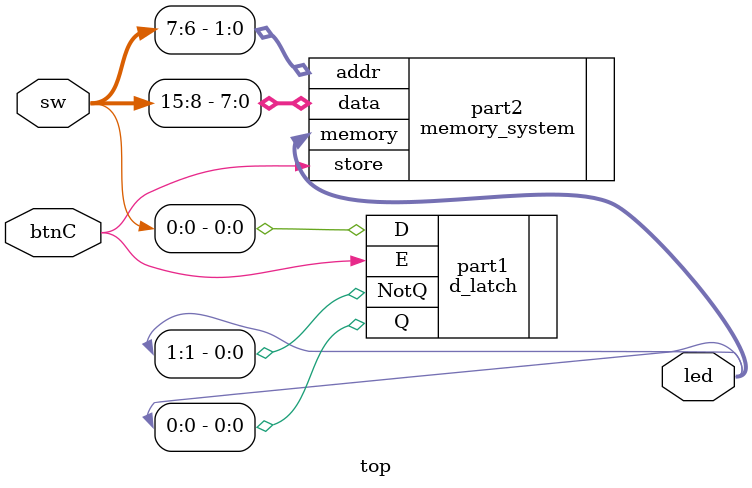
<source format=v>
module top(
    input [15:0] sw,
    input btnC,
    output [15:0] led
);
    d_latch part1(
        .D(sw[0]),
        .Q(led[0]),
        .NotQ(led[1]),
        .E(btnC)
    );
    memory_system part2(
        .data(sw[15:8]),
        .addr(sw[7:6]),
        .store(btnC),
        .memory(led)
    );

endmodule


</source>
